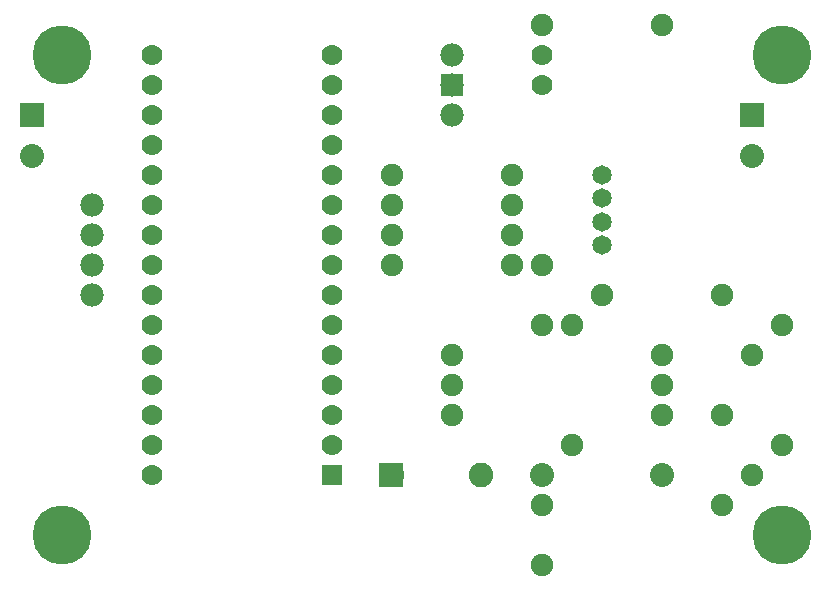
<source format=gtl>
G04 MADE WITH FRITZING*
G04 WWW.FRITZING.ORG*
G04 DOUBLE SIDED*
G04 HOLES PLATED*
G04 CONTOUR ON CENTER OF CONTOUR VECTOR*
%ASAXBY*%
%FSLAX23Y23*%
%MOIN*%
%OFA0B0*%
%SFA1.0B1.0*%
%ADD10C,0.078000*%
%ADD11C,0.080000*%
%ADD12C,0.196851*%
%ADD13C,0.075000*%
%ADD14C,0.070000*%
%ADD15C,0.082000*%
%ADD16C,0.065000*%
%ADD17R,0.080000X0.080000*%
%ADD18R,0.069972X0.070000*%
%ADD19R,0.082000X0.082000*%
%ADD20R,0.078000X0.078000*%
%LNCOPPER1*%
G90*
G70*
G54D10*
X294Y1261D03*
X294Y1161D03*
X294Y1061D03*
X294Y961D03*
X1494Y1761D03*
G54D11*
X94Y1561D03*
X94Y1423D03*
G54D12*
X194Y161D03*
X194Y1761D03*
X2594Y161D03*
X2594Y1761D03*
G54D13*
X1794Y1061D03*
X1794Y861D03*
X1894Y861D03*
X1894Y461D03*
X2494Y761D03*
X2494Y361D03*
X2394Y561D03*
X2394Y261D03*
X1794Y261D03*
X1794Y61D03*
G54D11*
X2494Y1561D03*
X2494Y1423D03*
G54D14*
X1094Y361D03*
X1094Y461D03*
X1094Y561D03*
X1094Y661D03*
X1094Y761D03*
X1094Y861D03*
X1094Y961D03*
X1094Y1061D03*
X1094Y1161D03*
X1094Y1261D03*
X1094Y1361D03*
X1094Y1461D03*
X1094Y1561D03*
X1094Y1661D03*
X1094Y1761D03*
X494Y361D03*
X494Y461D03*
X494Y561D03*
X494Y661D03*
X494Y761D03*
X494Y861D03*
X494Y961D03*
X494Y1061D03*
X494Y1161D03*
X494Y1261D03*
X494Y1361D03*
X494Y1461D03*
X494Y1561D03*
X494Y1661D03*
X494Y1761D03*
G54D13*
X1294Y1061D03*
X1694Y1061D03*
X1794Y1861D03*
X2194Y1861D03*
X2594Y461D03*
X2594Y861D03*
X2394Y961D03*
X1994Y961D03*
G54D15*
X1294Y361D03*
X1592Y361D03*
G54D11*
X1794Y361D03*
X2194Y361D03*
G54D14*
X1794Y1661D03*
X1794Y1761D03*
G54D16*
X1994Y1361D03*
X1994Y1282D03*
X1994Y1204D03*
X1994Y1125D03*
G54D13*
X2194Y761D03*
X2194Y661D03*
X2194Y561D03*
X1494Y761D03*
X1494Y661D03*
X1494Y561D03*
X1294Y1361D03*
X1694Y1361D03*
X1294Y1261D03*
X1694Y1261D03*
X1294Y1161D03*
X1694Y1161D03*
G54D10*
X1494Y1661D03*
X1494Y1561D03*
G54D17*
X94Y1561D03*
X2494Y1561D03*
G54D18*
X1094Y361D03*
G54D19*
X1293Y361D03*
G54D20*
X1494Y1661D03*
G04 End of Copper1*
M02*
</source>
